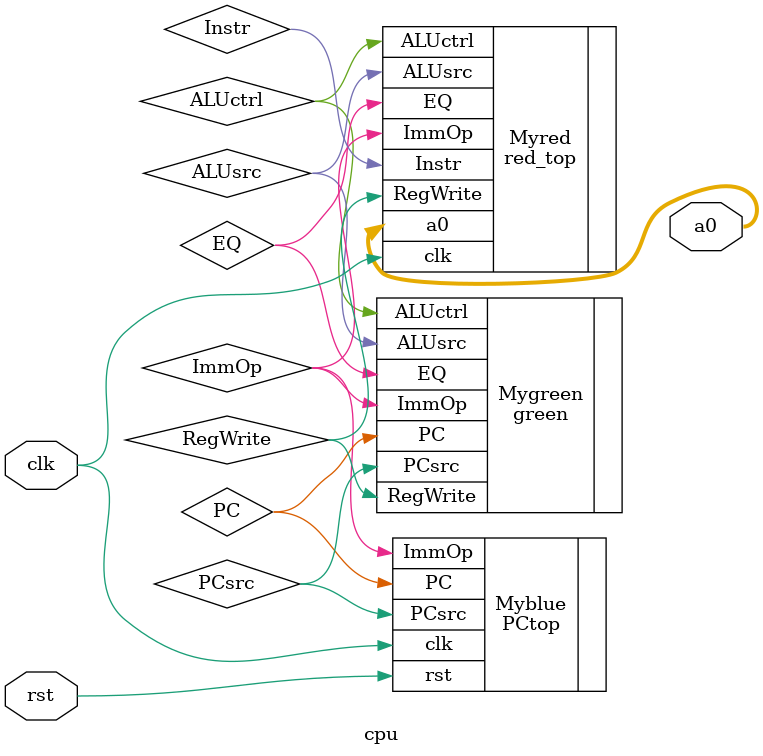
<source format=sv>
`include "/home/vish/Documents/iac/Reduced_RISC-V-Team1-/pc/pc_top.sv"
`include "/home/vish/Documents/iac/Reduced_RISC-V-Team1-/alu/red_top.sv"
`include "/home/vish/Documents/iac/Reduced_RISC-V-Team1-/control_unit/green.sv"


module cpu #(

    parameter DATA_WIDTH = 32

)(

    input logic                        clk,
    input logic                        rst,
    output logic [DATA_WIDTH-1:0]      a0

);

    //output internal logic for "green" module 
    logic   RegWrite;
    logic   ALUctrl;
    logic   ALUsrc;
    logic   ImmSrc;
    logic   PCsrc;
    logic   ImmOp;
    logic   Instr;

    //output internal logic for "red" module 
    logic EQ;

    //output internal logic for "blue" module
    logic PC;

    //and then we would specify the "submodules here"   
        //green
        //blue
        //red
    //we can change the names 

PCtop Myblue(
    .clk(clk),
    .rst(rst),
    .PC(PC),
    .PCsrc(PCsrc),
    .ImmOp(ImmOp)
);

green Mygreen(
    .EQ(EQ),
    .RegWrite(RegWrite),
    .ALUctrl(ALUctrl),
    .ALUsrc(ALUsrc),
    //.ImmSrc(ImmSrc),
    .PCsrc(PCsrc),
    .ImmOp(ImmOp),
    .PC(PC)
);

red_top Myred(
    .clk(clk),
    .a0(a0),
    .Instr(Instr),//we pass the whole Instruction, and then we separate inside red
    .RegWrite(RegWrite),
    .EQ(EQ),
    .ALUctrl(ALUctrl),
    .ALUsrc(ALUsrc),
    .ImmOp(ImmOp)
);
    
endmodule


</source>
